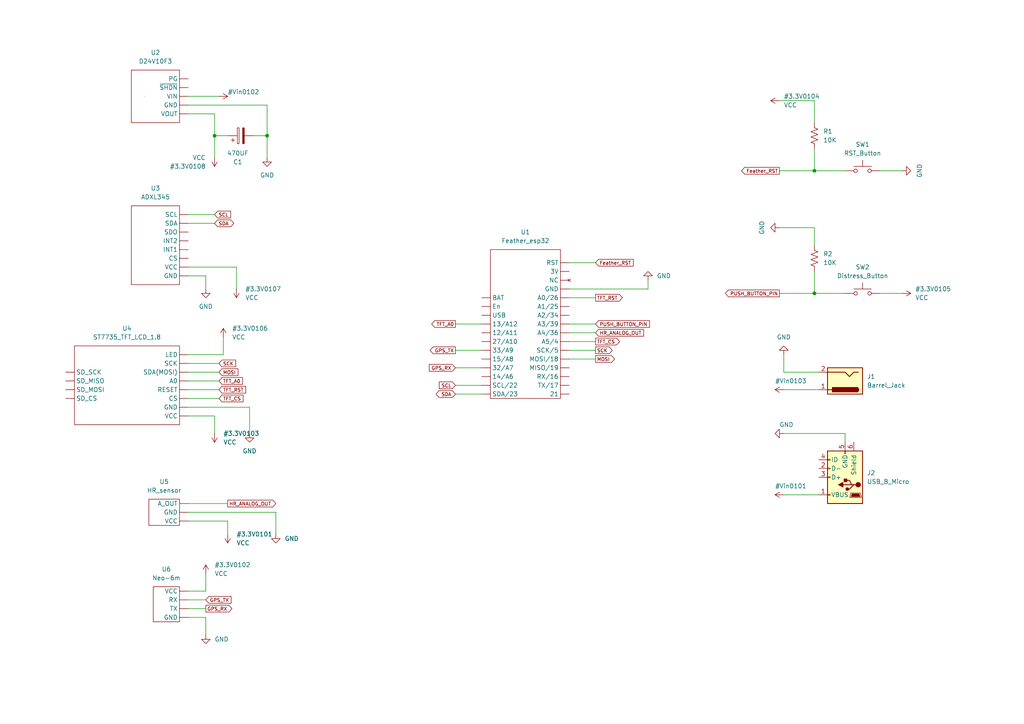
<source format=kicad_sch>
(kicad_sch (version 20211123) (generator eeschema)
  (paper "A4")
  (lib_symbols
    (symbol "Connector:Barrel_Jack" (pin_names (offset 1.016))
      (property "Reference" "J" (at 0 5.334 0))
      (property "Value" "Barrel_Jack" (at 0 -5.08 0))
      (symbol "Barrel_Jack_0_1"
        (rectangle (start -5.08 3.81) (end 5.08 -3.81) (stroke (width 0.254)) (fill (type background)))
        (arc (start -3.302 3.175) (mid -3.937 2.54) (end -3.302 1.905) (stroke (width 0.254)))
        (arc (start -3.302 3.175) (mid -3.937 2.54) (end -3.302 1.905) (stroke (width 0.254)) (fill (type outline)))
        (polyline (pts (xy 5.08 2.54) (xy 3.81 2.54)) (stroke (width 0.254)))
        (polyline (pts (xy -3.81 -2.54) (xy -2.54 -2.54) (xy -1.27 -1.27) (xy 0 -2.54) (xy 2.54 -2.54) (xy 5.08 -2.54)) (stroke (width 0.254)))
        (rectangle (start 3.683 3.175) (end -3.302 1.905) (stroke (width 0.254)) (fill (type outline)))
      )
      (symbol "Barrel_Jack_1_1"
        (pin passive line (at 7.62 2.54 180) (length 2.54) (name "~") (number "1"))
        (pin passive line (at 7.62 -2.54 180) (length 2.54) (name "~") (number "2"))
      )
    )
    (symbol "Connector:USB_B_Micro" (pin_names (offset 1.016))
      (property "Reference" "J" (at -5.08 11.43 0))
      (property "Value" "USB_B_Micro" (at -5.08 8.89 0))
      (symbol "USB_B_Micro_0_1"
        (rectangle (start -5.08 -7.62) (end 5.08 7.62) (stroke (width 0.254)) (fill (type background)))
        (circle (center -3.81 2.159) (radius 0.635) (stroke (width 0.254)) (fill (type outline)))
        (circle (center -0.635 3.429) (radius 0.381) (stroke (width 0.254)) (fill (type outline)))
        (rectangle (start -0.127 -7.62) (end 0.127 -6.858))
        (polyline (pts (xy -1.905 2.159) (xy 0.635 2.159)) (stroke (width 0.254)))
        (polyline (pts (xy -3.175 2.159) (xy -2.54 2.159) (xy -1.27 3.429) (xy -0.635 3.429)) (stroke (width 0.254)))
        (polyline (pts (xy -2.54 2.159) (xy -1.905 2.159) (xy -1.27 0.889) (xy 0 0.889)) (stroke (width 0.254)))
        (polyline (pts (xy 0.635 2.794) (xy 0.635 1.524) (xy 1.905 2.159) (xy 0.635 2.794)) (stroke (width 0.254)) (fill (type outline)))
        (polyline (pts (xy -4.318 5.588) (xy -1.778 5.588) (xy -2.032 4.826) (xy -4.064 4.826) (xy -4.318 5.588)) (fill (type outline)))
        (polyline (pts (xy -4.699 5.842) (xy -4.699 5.588) (xy -4.445 4.826) (xy -4.445 4.572) (xy -1.651 4.572) (xy -1.651 4.826) (xy -1.397 5.588) (xy -1.397 5.842) (xy -4.699 5.842)))
        (rectangle (start 0.254 1.27) (end -0.508 0.508) (stroke (width 0.254)) (fill (type outline)))
        (rectangle (start 5.08 -5.207) (end 4.318 -4.953))
        (rectangle (start 5.08 -2.667) (end 4.318 -2.413))
        (rectangle (start 5.08 -0.127) (end 4.318 0.127))
        (rectangle (start 5.08 4.953) (end 4.318 5.207))
      )
      (symbol "USB_B_Micro_1_1"
        (pin power_out line (at 7.62 5.08 180) (length 2.54) (name "VBUS") (number "1"))
        (pin bidirectional line (at 7.62 -2.54 180) (length 2.54) (name "D-") (number "2"))
        (pin bidirectional line (at 7.62 0 180) (length 2.54) (name "D+") (number "3"))
        (pin passive line (at 7.62 -5.08 180) (length 2.54) (name "ID") (number "4"))
        (pin power_out line (at 0 -10.16 90) (length 2.54) (name "GND") (number "5"))
        (pin passive line (at -2.54 -10.16 90) (length 2.54) (name "Shield") (number "6"))
      )
    )
    (symbol "Device:C_Polarized" (pin_numbers hide) (pin_names (offset 0.254))
      (property "Reference" "C" (at 0.635 2.54 0))
      (property "Value" "C_Polarized" (at 0.635 -2.54 0))
      (symbol "C_Polarized_0_1"
        (rectangle (start -2.286 0.508) (end 2.286 1.016))
        (polyline (pts (xy -1.778 2.286) (xy -0.762 2.286)))
        (polyline (pts (xy -1.27 2.794) (xy -1.27 1.778)))
        (rectangle (start 2.286 -0.508) (end -2.286 -1.016) (fill (type outline)))
      )
      (symbol "C_Polarized_1_1"
        (pin passive line (at 0 3.81 270) (length 2.794) (name "~") (number "1"))
        (pin passive line (at 0 -3.81 90) (length 2.794) (name "~") (number "2"))
      )
    )
    (symbol "Device:R_US" (pin_numbers hide) (pin_names (offset 0))
      (property "Reference" "R" (at 2.54 0 90))
      (property "Value" "R_US" (at -2.54 0 90))
      (symbol "R_US_0_1"
        (polyline (pts (xy 0 -2.286) (xy 0 -2.54)))
        (polyline (pts (xy 0 2.286) (xy 0 2.54)))
        (polyline (pts (xy 0 -0.762) (xy 1.016 -1.143) (xy 0 -1.524) (xy -1.016 -1.905) (xy 0 -2.286)))
        (polyline (pts (xy 0 0.762) (xy 1.016 0.381) (xy 0 0) (xy -1.016 -0.381) (xy 0 -0.762)))
        (polyline (pts (xy 0 2.286) (xy 1.016 1.905) (xy 0 1.524) (xy -1.016 1.143) (xy 0 0.762)))
      )
      (symbol "R_US_1_1"
        (pin passive line (at 0 3.81 270) (length 1.27) (name "~") (number "1"))
        (pin passive line (at 0 -3.81 90) (length 1.27) (name "~") (number "2"))
      )
    )
    (symbol "Switch:SW_Push" (pin_numbers hide) (pin_names (offset 1.016) hide)
      (property "Reference" "SW" (at 1.27 2.54 0))
      (property "Value" "SW_Push" (at 0 -1.524 0))
      (symbol "SW_Push_0_1"
        (circle (center -2.032 0) (radius 0.508))
        (polyline (pts (xy 0 1.27) (xy 0 3.048)))
        (polyline (pts (xy 2.54 1.27) (xy -2.54 1.27)))
        (circle (center 2.032 0) (radius 0.508))
        (pin passive line (at -5.08 0 0) (length 2.54) (name "1") (number "1"))
        (pin passive line (at 5.08 0 180) (length 2.54) (name "2") (number "2"))
      )
    )
    (symbol "distress_monitor_library:ADXL345"
      (property "Reference" "U" (at 0 0 0))
      (property "Value" "ADXL345" (at 0 -3.81 0))
      (symbol "ADXL345_0_1"
        (rectangle (start -11.43 6.35) (end 11.43 -7.62))
      )
      (symbol "ADXL345_1_1"
        (pin input line (at 3.81 8.89 270) (length 2.54) (name "CS") (number ""))
        (pin power_in line (at 8.89 8.89 270) (length 2.54) (name "GND") (number ""))
        (pin output line (at 1.27 8.89 270) (length 2.54) (name "INT1") (number ""))
        (pin output line (at -1.27 8.89 270) (length 2.54) (name "INT2") (number ""))
        (pin input line (at -8.89 8.89 270) (length 2.54) (name "SCL") (number ""))
        (pin bidirectional line (at -6.35 8.89 270) (length 2.54) (name "SDA") (number ""))
        (pin output line (at -3.81 8.89 270) (length 2.54) (name "SDO") (number ""))
        (pin power_in line (at 6.35 8.89 270) (length 2.54) (name "VCC") (number ""))
      )
    )
    (symbol "distress_monitor_library:D24V10F3"
      (property "Reference" "U" (at 0 0 0))
      (property "Value" "D24V10F3" (at 0 -3.81 0))
      (symbol "D24V10F3_0_1"
        (rectangle (start -7.62 7.62) (end 7.62 -6.35))
        (rectangle (start 0 -2.54) (end 0 -2.54))
      )
      (symbol "D24V10F3_1_1"
        (pin power_in line (at 2.54 10.16 270) (length 2.54) (name "GND") (number ""))
        (pin output line (at -5.08 10.16 270) (length 2.54) (name "PG") (number ""))
        (pin power_in line (at 0 10.16 270) (length 2.54) (name "VIN") (number ""))
        (pin power_out line (at 5.08 10.16 270) (length 2.54) (name "VOUT") (number ""))
        (pin input line (at -2.54 10.16 270) (length 2.54) (name "~{SHDN}") (number ""))
      )
    )
    (symbol "distress_monitor_library:Feather_esp32"
      (property "Reference" "U?" (at 0 24.13 0))
      (property "Value" "Feather_esp32" (at 0 21.59 0))
      (symbol "Feather_esp32_0_1"
        (rectangle (start -10.16 19.05) (end 10.16 -24.13))
      )
      (symbol "Feather_esp32_1_1"
        (pin bidirectional line (at -12.7 -5.08 0) (length 2.54) (name "12/A11") (number ""))
        (pin bidirectional line (at -12.7 -2.54 0) (length 2.54) (name "13/A12") (number ""))
        (pin bidirectional line (at -12.7 -17.78 0) (length 2.54) (name "14/A6") (number ""))
        (pin bidirectional line (at -12.7 -12.7 0) (length 2.54) (name "15/A8") (number ""))
        (pin bidirectional line (at 12.7 -22.86 180) (length 2.54) (name "21") (number ""))
        (pin bidirectional line (at -12.7 -7.62 0) (length 2.54) (name "27/A10") (number ""))
        (pin bidirectional line (at -12.7 -15.24 0) (length 2.54) (name "32/A7") (number ""))
        (pin bidirectional line (at -12.7 -10.16 0) (length 2.54) (name "33/A9") (number ""))
        (pin power_out line (at 12.7 12.7 180) (length 2.54) (name "3V") (number ""))
        (pin bidirectional line (at 12.7 5.08 180) (length 2.54) (name "A0/26") (number ""))
        (pin bidirectional line (at 12.7 2.54 180) (length 2.54) (name "A1/25") (number ""))
        (pin bidirectional line (at 12.7 0 180) (length 2.54) (name "A2/34") (number ""))
        (pin bidirectional line (at 12.7 -2.54 180) (length 2.54) (name "A3/39") (number ""))
        (pin bidirectional line (at 12.7 -5.08 180) (length 2.54) (name "A4/36") (number ""))
        (pin bidirectional line (at 12.7 -7.62 180) (length 2.54) (name "A5/4") (number ""))
        (pin input line (at -12.7 5.08 0) (length 2.54) (name "BAT") (number ""))
        (pin input line (at -12.7 2.54 0) (length 2.54) (name "En") (number ""))
        (pin power_in line (at 12.7 7.62 180) (length 2.54) (name "GND") (number ""))
        (pin bidirectional line (at 12.7 -15.24 180) (length 2.54) (name "MISO/19") (number ""))
        (pin bidirectional line (at 12.7 -12.7 180) (length 2.54) (name "MOSI/18") (number ""))
        (pin no_connect line (at 12.7 10.16 180) (length 2.54) (name "NC") (number ""))
        (pin input line (at 12.7 15.24 180) (length 2.54) (name "RST") (number ""))
        (pin bidirectional line (at 12.7 -17.78 180) (length 2.54) (name "RX/16") (number ""))
        (pin bidirectional line (at 12.7 -10.16 180) (length 2.54) (name "SCK/5") (number ""))
        (pin bidirectional line (at -12.7 -20.32 0) (length 2.54) (name "SCL/22") (number ""))
        (pin bidirectional line (at -12.7 -22.86 0) (length 2.54) (name "SDA/23") (number ""))
        (pin bidirectional line (at 12.7 -20.32 180) (length 2.54) (name "TX/17") (number ""))
        (pin input line (at -12.7 0 0) (length 2.54) (name "USB") (number ""))
      )
    )
    (symbol "distress_monitor_library:HR_sensor"
      (property "Reference" "U" (at 0 -6.35 0))
      (property "Value" "HR_sensor" (at 0 -3.81 0))
      (symbol "HR_sensor_0_1"
        (rectangle (start -3.81 6.35) (end 3.81 -2.54))
      )
      (symbol "HR_sensor_1_1"
        (pin input line (at -2.54 8.89 270) (length 2.54) (name "A_OUT") (number ""))
        (pin input line (at 0 8.89 270) (length 2.54) (name "GND") (number ""))
        (pin input line (at 2.54 8.89 270) (length 2.54) (name "VCC") (number ""))
      )
    )
    (symbol "distress_monitor_library:Neo-6m"
      (property "Reference" "U" (at 0 -8.89 0))
      (property "Value" "Neo-6m" (at 0 -6.35 0))
      (symbol "Neo-6m_0_1"
        (rectangle (start -5.08 -5.08) (end 5.08 2.54))
      )
      (symbol "Neo-6m_1_1"
        (pin power_in line (at 3.81 5.08 270) (length 2.54) (name "GND") (number ""))
        (pin power_in line (at -1.27 5.08 270) (length 2.54) (name "RX") (number ""))
        (pin power_in line (at 1.27 5.08 270) (length 2.54) (name "TX") (number ""))
        (pin power_in line (at -3.81 5.08 270) (length 2.54) (name "VCC") (number ""))
      )
    )
    (symbol "distress_monitor_library:ST7735_TFT_LCD_1.8"
      (property "Reference" "U" (at 0 15.24 0))
      (property "Value" "ST7735_TFT_LCD_1.8" (at 0 12.7 0))
      (symbol "ST7735_TFT_LCD_1.8_0_1"
        (rectangle (start -15.24 11.43) (end 15.24 -11.43))
      )
      (symbol "ST7735_TFT_LCD_1.8_1_1"
        (pin input line (at -17.78 -1.27 0) (length 2.54) (name "A0") (number ""))
        (pin input line (at -17.78 3.81 0) (length 2.54) (name "CS") (number ""))
        (pin power_in line (at -17.78 6.35 0) (length 2.54) (name "GND") (number ""))
        (pin input line (at -17.78 -8.89 0) (length 2.54) (name "LED") (number ""))
        (pin input line (at -17.78 1.27 0) (length 2.54) (name "RESET") (number ""))
        (pin input line (at -17.78 -6.35 0) (length 2.54) (name "SCK") (number ""))
        (pin input line (at -17.78 -3.81 0) (length 2.54) (name "SDA(MOSI)") (number ""))
        (pin input line (at 17.78 3.81 180) (length 2.54) (name "SD_CS") (number ""))
        (pin input line (at 17.78 -1.27 180) (length 2.54) (name "SD_MISO") (number ""))
        (pin input line (at 17.78 1.27 180) (length 2.54) (name "SD_MOSI") (number ""))
        (pin input line (at 17.78 -3.81 180) (length 2.54) (name "SD_SCK") (number ""))
        (pin power_in line (at -17.78 8.89 0) (length 2.54) (name "VCC") (number ""))
      )
    )
    (symbol "power:GND" (power) (pin_names (offset 0))
      (property "Value" "GND" (at 0 -3.81 0))
      (symbol "GND_0_1"
        (polyline (pts (xy 0 0) (xy 0 -1.27) (xy 1.27 -1.27) (xy 0 -2.54) (xy -1.27 -1.27) (xy 0 -1.27)))
      )
      (symbol "GND_1_1"
        (pin power_in line (at 0 0 270) (length 0) hide (name "GND") (number "1"))
      )
    )
    (symbol "power:VCC" (power) (pin_names (offset 0))
      (property "Value" "VCC" (at 0 3.81 0))
      (symbol "VCC_0_1"
        (polyline (pts (xy -0.762 1.27) (xy 0 2.54)))
        (polyline (pts (xy 0 0) (xy 0 2.54)))
        (polyline (pts (xy 0 2.54) (xy 0.762 1.27)))
      )
      (symbol "VCC_1_1"
        (pin power_in line (at 0 0 90) (length 0) hide (name "VCC") (number "1"))
      )
    )
  )
  (junction (at 62.23 39.37))
  (junction (at 236.22 49.53))
  (junction (at 236.22 85.09))
  (junction (at 77.47 39.37))
  (wire (pts (xy 165.1 96.52) (xy 172.72 96.52)))
  (wire (pts (xy 226.06 49.53) (xy 236.22 49.53)))
  (wire (pts (xy 59.69 171.45) (xy 59.69 166.37)))
  (wire (pts (xy 227.33 143.51) (xy 237.49 143.51)))
  (wire (pts (xy 236.22 85.09) (xy 245.11 85.09)))
  (wire (pts (xy 236.22 49.53) (xy 245.11 49.53)))
  (wire (pts (xy 62.23 62.23) (xy 54.61 62.23)))
  (wire (pts (xy 54.61 118.11) (xy 72.39 118.11)))
  (wire (pts (xy 132.08 101.6) (xy 139.7 101.6)))
  (wire (pts (xy 54.61 102.87) (xy 64.77 102.87)))
  (wire (pts (xy 77.47 30.48) (xy 77.47 39.37)))
  (wire (pts (xy 64.77 102.87) (xy 64.77 97.79)))
  (wire (pts (xy 236.22 78.74) (xy 236.22 85.09)))
  (wire (pts (xy 54.61 151.13) (xy 66.04 151.13)))
  (wire (pts (xy 54.61 110.49) (xy 63.5 110.49)))
  (wire (pts (xy 80.01 148.59) (xy 80.01 154.94)))
  (wire (pts (xy 54.61 148.59) (xy 80.01 148.59)))
  (wire (pts (xy 54.61 173.99) (xy 59.69 173.99)))
  (wire (pts (xy 54.61 176.53) (xy 59.69 176.53)))
  (wire (pts (xy 227.33 113.03) (xy 237.49 113.03)))
  (wire (pts (xy 236.22 43.18) (xy 236.22 49.53)))
  (wire (pts (xy 165.1 101.6) (xy 172.72 101.6)))
  (wire (pts (xy 66.04 151.13) (xy 66.04 154.94)))
  (wire (pts (xy 236.22 71.12) (xy 236.22 66.04)))
  (wire (pts (xy 54.61 120.65) (xy 62.23 120.65)))
  (wire (pts (xy 236.22 35.56) (xy 236.22 29.21)))
  (wire (pts (xy 165.1 86.36) (xy 172.72 86.36)))
  (wire (pts (xy 165.1 99.06) (xy 172.72 99.06)))
  (wire (pts (xy 54.61 107.95) (xy 63.5 107.95)))
  (wire (pts (xy 236.22 66.04) (xy 226.06 66.04)))
  (wire (pts (xy 54.61 171.45) (xy 59.69 171.45)))
  (wire (pts (xy 62.23 120.65) (xy 62.23 125.73)))
  (wire (pts (xy 54.61 33.02) (xy 62.23 33.02)))
  (wire (pts (xy 236.22 29.21) (xy 226.06 29.21)))
  (wire (pts (xy 77.47 39.37) (xy 73.66 39.37)))
  (wire (pts (xy 165.1 76.2) (xy 172.72 76.2)))
  (wire (pts (xy 66.04 39.37) (xy 62.23 39.37)))
  (wire (pts (xy 165.1 93.98) (xy 172.72 93.98)))
  (wire (pts (xy 132.08 114.3) (xy 139.7 114.3)))
  (wire (pts (xy 132.08 93.98) (xy 139.7 93.98)))
  (wire (pts (xy 54.61 27.94) (xy 63.5 27.94)))
  (wire (pts (xy 77.47 30.48) (xy 54.61 30.48)))
  (wire (pts (xy 54.61 113.03) (xy 63.5 113.03)))
  (wire (pts (xy 226.06 85.09) (xy 236.22 85.09)))
  (wire (pts (xy 165.1 83.82) (xy 187.96 83.82)))
  (wire (pts (xy 54.61 77.47) (xy 68.58 77.47)))
  (wire (pts (xy 245.11 128.27) (xy 245.11 125.73)))
  (wire (pts (xy 59.69 80.01) (xy 59.69 83.82)))
  (wire (pts (xy 54.61 179.07) (xy 59.69 179.07)))
  (wire (pts (xy 62.23 64.77) (xy 54.61 64.77)))
  (wire (pts (xy 245.11 125.73) (xy 227.33 125.73)))
  (wire (pts (xy 165.1 104.14) (xy 172.72 104.14)))
  (wire (pts (xy 68.58 77.47) (xy 68.58 83.82)))
  (wire (pts (xy 62.23 39.37) (xy 62.23 45.72)))
  (wire (pts (xy 255.27 49.53) (xy 261.62 49.53)))
  (wire (pts (xy 187.96 83.82) (xy 187.96 81.28)))
  (wire (pts (xy 54.61 146.05) (xy 66.04 146.05)))
  (wire (pts (xy 54.61 115.57) (xy 63.5 115.57)))
  (wire (pts (xy 237.49 107.95) (xy 227.33 107.95)))
  (wire (pts (xy 54.61 80.01) (xy 59.69 80.01)))
  (wire (pts (xy 132.08 111.76) (xy 139.7 111.76)))
  (wire (pts (xy 54.61 105.41) (xy 63.5 105.41)))
  (wire (pts (xy 227.33 107.95) (xy 227.33 102.87)))
  (wire (pts (xy 132.08 106.68) (xy 139.7 106.68)))
  (wire (pts (xy 255.27 85.09) (xy 261.62 85.09)))
  (wire (pts (xy 72.39 118.11) (xy 72.39 125.73)))
  (wire (pts (xy 62.23 33.02) (xy 62.23 39.37)))
  (wire (pts (xy 77.47 39.37) (xy 77.47 45.72)))
  (wire (pts (xy 59.69 179.07) (xy 59.69 184.15)))
  (global_label "SCL" (shape input) (at 132.08 111.76 180) (effects (font (size 1 1))) (property "Intersheet References" "${INTERSHEET_REFS}" (effects hide)))
  (global_label "TFT_RST" (shape output) (at 172.72 86.36 0) (effects (font (size 1 1))) (property "Intersheet References" "${INTERSHEET_REFS}" (effects hide)))
  (global_label "SDA" (shape bidirectional) (at 132.08 114.3 180) (effects (font (size 1 1))) (property "Intersheet References" "${INTERSHEET_REFS}" (effects hide)))
  (global_label "SCK" (shape output) (at 172.72 101.6 0) (effects (font (size 1 1))) (property "Intersheet References" "${INTERSHEET_REFS}" (effects hide)))
  (global_label "TFT_RST" (shape input) (at 63.5 113.03 0) (effects (font (size 1 1))) (property "Intersheet References" "${INTERSHEET_REFS}" (effects hide)))
  (global_label "SDA" (shape bidirectional) (at 62.23 64.77 0) (effects (font (size 1 1))) (property "Intersheet References" "${INTERSHEET_REFS}" (effects hide)))
  (global_label "MOSI" (shape output) (at 172.72 104.14 0) (effects (font (size 1 1))) (property "Intersheet References" "${INTERSHEET_REFS}" (effects hide)))
  (global_label "MOSI" (shape input) (at 63.5 107.95 0) (effects (font (size 1 1))) (property "Intersheet References" "${INTERSHEET_REFS}" (effects hide)))
  (global_label "PUSH_BUTTON_PIN" (shape output) (at 226.06 85.09 180) (effects (font (size 1 1))) (property "Intersheet References" "${INTERSHEET_REFS}" (effects hide)))
  (global_label "TFT_A0" (shape input) (at 63.5 110.49 0) (effects (font (size 1 1))) (property "Intersheet References" "${INTERSHEET_REFS}" (effects hide)))
  (global_label "GPS_TX" (shape output) (at 132.08 101.6 180) (effects (font (size 1 1))) (property "Intersheet References" "${INTERSHEET_REFS}" (effects hide)))
  (global_label "Feather_RST" (shape input) (at 172.72 76.2 0) (effects (font (size 1 1))) (property "Intersheet References" "${INTERSHEET_REFS}" (effects hide)))
  (global_label "GPS_TX" (shape input) (at 59.69 173.99 0) (effects (font (size 1 1))) (property "Intersheet References" "${INTERSHEET_REFS}" (effects hide)))
  (global_label "HR_ANALOG_OUT" (shape input) (at 172.72 96.52 0) (effects (font (size 1 1))) (property "Intersheet References" "${INTERSHEET_REFS}" (effects hide)))
  (global_label "TFT_CS" (shape output) (at 172.72 99.06 0) (effects (font (size 1 1))) (property "Intersheet References" "${INTERSHEET_REFS}" (effects hide)))
  (global_label "TFT_CS" (shape input) (at 63.5 115.57 0) (effects (font (size 1 1))) (property "Intersheet References" "${INTERSHEET_REFS}" (effects hide)))
  (global_label "HR_ANALOG_OUT" (shape output) (at 66.04 146.05 0) (effects (font (size 1 1))) (property "Intersheet References" "${INTERSHEET_REFS}" (effects hide)))
  (global_label "SCK" (shape input) (at 63.5 105.41 0) (effects (font (size 1 1))) (property "Intersheet References" "${INTERSHEET_REFS}" (effects hide)))
  (global_label "GPS_RX" (shape output) (at 59.69 176.53 0) (effects (font (size 1 1))) (property "Intersheet References" "${INTERSHEET_REFS}" (effects hide)))
  (global_label "PUSH_BUTTON_PIN" (shape input) (at 172.72 93.98 0) (effects (font (size 1 1))) (property "Intersheet References" "${INTERSHEET_REFS}" (effects hide)))
  (global_label "TFT_A0" (shape output) (at 132.08 93.98 180) (effects (font (size 1 1))) (property "Intersheet References" "${INTERSHEET_REFS}" (effects hide)))
  (global_label "Feather_RST" (shape output) (at 226.06 49.53 180) (effects (font (size 1 1))) (property "Intersheet References" "${INTERSHEET_REFS}" (effects hide)))
  (global_label "GPS_RX" (shape input) (at 132.08 106.68 180) (effects (font (size 1 1))) (property "Intersheet References" "${INTERSHEET_REFS}" (effects hide)))
  (global_label "SCL" (shape input) (at 62.23 62.23 0) (effects (font (size 1 1))) (property "Intersheet References" "${INTERSHEET_REFS}" (effects hide)))
  (symbol (lib_id "power:GND") (at 227.33 125.73 270) (unit 1)
    (property "Reference" "#PWR?" (effects hide))
    (property "Value" "GND" (at 226.06 123.19 90) (effects (justify left)))
  )
  (symbol (lib_id "distress_monitor_library:Neo-6m") (at 49.53 175.26 270) (unit 1)
    (property "Reference" "U6" (at 48.26 165.1 90))
    (property "Value" "Neo-6m" (at 48.26 167.64 90))
  )
  (symbol (lib_id "power:VCC") (at 62.23 45.72 180) (unit 1)
    (property "Reference" "3.3V" (at 59.69 48.2601 0) (effects (justify left)))
    (property "Value" "VCC" (at 59.69 45.7201 0) (effects (justify left)))
  )
  (symbol (lib_id "power:GND") (at 226.06 66.04 270) (unit 1)
    (property "Reference" "#PWR?" (effects hide))
    (property "Value" "GND" (at 220.98 66.04 0))
  )
  (symbol (lib_id "Connector:USB_B_Micro") (at 245.11 138.43 180) (unit 1)
    (property "Reference" "J2" (at 251.46 137.1599 0) (effects (justify right)))
    (property "Value" "USB_B_Micro" (at 251.46 139.6999 0) (effects (justify right)))
  )
  (symbol (lib_id "distress_monitor_library:Feather_esp32") (at 152.4 91.44 0) (unit 1)
    (property "Reference" "U1" (at 152.4 67.31 0))
    (property "Value" "Feather_esp32" (at 152.4 69.85 0))
  )
  (symbol (lib_id "power:GND") (at 80.01 154.94 0) (unit 1)
    (property "Reference" "#PWR?" (effects hide))
    (property "Value" "GND" (at 82.55 156.2099 0) (effects (justify left)))
  )
  (symbol (lib_id "distress_monitor_library:ADXL345") (at 45.72 71.12 270) (unit 1)
    (property "Reference" "U3" (at 45.085 54.61 90))
    (property "Value" "ADXL345" (at 45.085 57.15 90))
  )
  (symbol (lib_id "power:VCC") (at 64.77 97.79 0) (unit 1)
    (property "Reference" "3.3V" (at 67.31 95.2499 0) (effects (justify left)))
    (property "Value" "VCC" (at 67.31 97.7899 0) (effects (justify left)))
  )
  (symbol (lib_id "power:VCC") (at 227.33 143.51 90) (unit 1)
    (property "Reference" "Vin" (at 224.79 140.97 90) (effects (justify right)))
    (property "Value" "VCC" (effects hide))
  )
  (symbol (lib_id "Device:C_Polarized") (at 69.85 39.37 90) (unit 1)
    (property "Reference" "C1" (at 68.961 46.99 90))
    (property "Value" "470UF" (at 68.961 44.45 90))
  )
  (symbol (lib_id "Connector:Barrel_Jack") (at 245.11 110.49 180) (unit 1)
    (property "Reference" "J1" (at 251.46 109.2199 0) (effects (justify right)))
    (property "Value" "Barrel_Jack" (at 251.46 111.7599 0) (effects (justify right)))
  )
  (symbol (lib_id "Switch:SW_Push") (at 250.19 85.09 0) (unit 1)
    (property "Reference" "SW2" (at 250.19 77.47 0))
    (property "Value" "Distress_Button" (at 250.19 80.01 0))
  )
  (symbol (lib_id "power:GND") (at 59.69 83.82 0) (unit 1)
    (property "Reference" "#PWR?" (effects hide))
    (property "Value" "GND" (at 59.69 88.9 0))
  )
  (symbol (lib_id "distress_monitor_library:ST7735_TFT_LCD_1.8") (at 36.83 111.76 180) (unit 1)
    (property "Reference" "U4" (at 36.83 95.25 0))
    (property "Value" "ST7735_TFT_LCD_1.8" (at 36.83 97.79 0))
  )
  (symbol (lib_id "Device:R_US") (at 236.22 74.93 0) (unit 1)
    (property "Reference" "R2" (at 238.76 73.6599 0) (effects (justify left)))
    (property "Value" "10K" (at 238.76 76.1999 0) (effects (justify left)))
  )
  (symbol (lib_id "power:VCC") (at 66.04 154.94 180) (unit 1)
    (property "Reference" "3.3V" (at 68.58 154.9399 0) (effects (justify right)))
    (property "Value" "VCC" (at 68.58 157.4799 0) (effects (justify right)))
  )
  (symbol (lib_id "power:GND") (at 59.69 184.15 0) (unit 1)
    (property "Reference" "#PWR?" (effects hide))
    (property "Value" "GND" (at 62.23 185.4199 0) (effects (justify left)))
  )
  (symbol (lib_id "power:VCC") (at 62.23 125.73 180) (unit 1)
    (property "Reference" "3.3V" (at 64.77 125.7299 0) (effects (justify right)))
    (property "Value" "VCC" (at 64.77 128.2699 0) (effects (justify right)))
  )
  (symbol (lib_id "Device:R_US") (at 236.22 39.37 0) (unit 1)
    (property "Reference" "R1" (at 238.76 38.0999 0) (effects (justify left)))
    (property "Value" "10K" (at 238.76 40.6399 0) (effects (justify left)))
  )
  (symbol (lib_id "power:VCC") (at 68.58 83.82 180) (unit 1)
    (property "Reference" "3.3V" (at 71.12 83.8199 0) (effects (justify right)))
    (property "Value" "VCC" (at 71.12 86.3599 0) (effects (justify right)))
  )
  (symbol (lib_id "power:GND") (at 187.96 81.28 180) (unit 1)
    (property "Reference" "#PWR?" (effects hide))
    (property "Value" "GND" (at 190.5 80.0099 0) (effects (justify right)))
  )
  (symbol (lib_id "power:GND") (at 227.33 102.87 180) (unit 1)
    (property "Reference" "#PWR?" (effects hide))
    (property "Value" "GND" (at 227.33 97.79 0))
  )
  (symbol (lib_id "distress_monitor_library:D24V10F3") (at 44.45 27.94 270) (unit 1)
    (property "Reference" "U2" (at 45.085 15.24 90))
    (property "Value" "D24V10F3" (at 45.085 17.78 90))
  )
  (symbol (lib_id "power:GND") (at 72.39 125.73 0) (unit 1)
    (property "Reference" "#PWR?" (effects hide))
    (property "Value" "GND" (at 72.39 130.81 0))
  )
  (symbol (lib_id "power:GND") (at 77.47 45.72 0) (unit 1)
    (property "Reference" "#PWR?" (effects hide))
    (property "Value" "GND" (at 77.47 50.8 0))
  )
  (symbol (lib_id "power:VCC") (at 63.5 27.94 270) (unit 1)
    (property "Reference" "Vin" (at 66.04 26.67 90) (effects (justify left)))
    (property "Value" "VCC" (effects hide))
  )
  (symbol (lib_id "power:VCC") (at 261.62 85.09 270) (unit 1)
    (property "Reference" "3.3V" (at 265.43 83.8199 90) (effects (justify left)))
    (property "Value" "VCC" (at 265.43 86.3599 90) (effects (justify left)))
  )
  (symbol (lib_id "Switch:SW_Push") (at 250.19 49.53 0) (unit 1)
    (property "Reference" "SW1" (at 250.19 41.91 0))
    (property "Value" "RST_Button" (at 250.19 44.45 0))
  )
  (symbol (lib_id "power:GND") (at 261.62 49.53 90) (unit 1)
    (property "Reference" "#PWR?" (effects hide))
    (property "Value" "GND" (at 266.7 49.53 0))
  )
  (symbol (lib_id "power:VCC") (at 59.69 166.37 0) (unit 1)
    (property "Reference" "3.3V" (at 62.23 163.8299 0) (effects (justify left)))
    (property "Value" "VCC" (at 62.23 166.3699 0) (effects (justify left)))
  )
  (symbol (lib_id "power:VCC") (at 226.06 29.21 90) (unit 1)
    (property "Reference" "3.3V" (at 227.33 27.9399 90) (effects (justify right)))
    (property "Value" "VCC" (at 227.33 30.4799 90) (effects (justify right)))
  )
  (symbol (lib_id "distress_monitor_library:HR_sensor") (at 45.72 148.59 270) (unit 1)
    (property "Reference" "U5" (at 47.625 139.7 90))
    (property "Value" "HR_sensor" (at 47.625 142.24 90))
  )
  (symbol (lib_id "power:VCC") (at 227.33 113.03 90) (unit 1)
    (property "Reference" "Vin" (at 224.79 110.49 90) (effects (justify right)))
    (property "Value" "VCC" (effects hide))
  )
)
</source>
